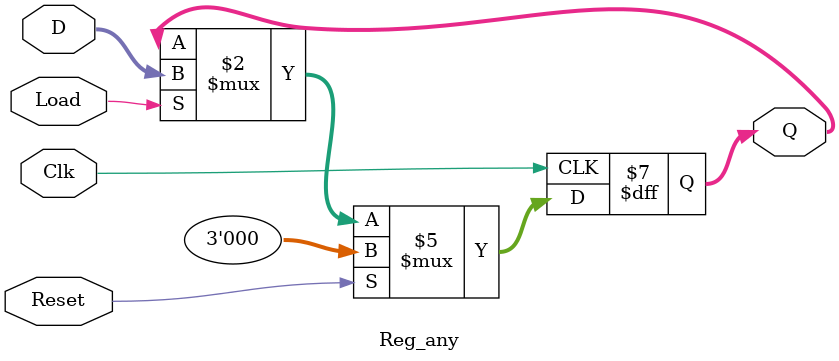
<source format=sv>
module Reg_16(input logic Clk, Load, Reset,
              input logic [15:0] D,
              output logic [15:0] Data_Out);
              
    always_ff @ (posedge Clk)
    begin
        if(Reset)
            Data_Out <= 16'b0;
        else if(Load)
            Data_Out <= D;
        /*
        else
            Data_Out <= Data_Out;
        */
    end
    
endmodule

module Reg_1 //#(parameter width = 1) 
            (input logic Clk, Load, Reset, D, 
            output logic Q);
    
    always_ff @(posedge Clk)
    begin
        if(Reset)
            Q <= 0;
        else if (Load)
            Q <= D;
    end
endmodule

module Reg_any #(parameter width = 3)
                (input logic Clk, Load, Reset, 
                 input logic [width - 1 : 0] D,
                 output logic [width - 1 : 0] Q);
    always_ff @(posedge Clk)
    begin
        if(Reset)
            Q <= 0;
        else if (Load)
            Q <= D;
    end
endmodule
</source>
